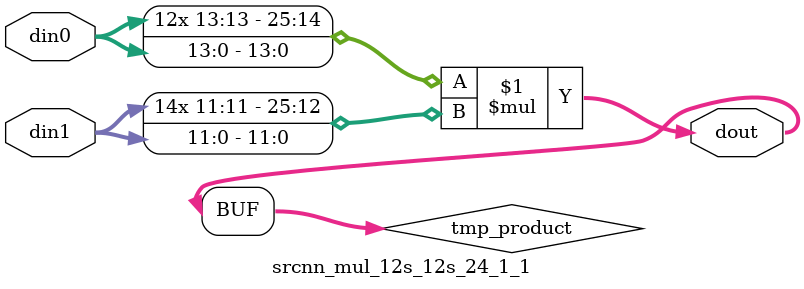
<source format=v>

`timescale 1 ns / 1 ps

  module srcnn_mul_12s_12s_24_1_1(din0, din1, dout);
parameter ID = 1;
parameter NUM_STAGE = 0;
parameter din0_WIDTH = 14;
parameter din1_WIDTH = 12;
parameter dout_WIDTH = 26;

input [din0_WIDTH - 1 : 0] din0; 
input [din1_WIDTH - 1 : 0] din1; 
output [dout_WIDTH - 1 : 0] dout;

wire signed [dout_WIDTH - 1 : 0] tmp_product;













assign tmp_product = $signed(din0) * $signed(din1);








assign dout = tmp_product;







endmodule

</source>
